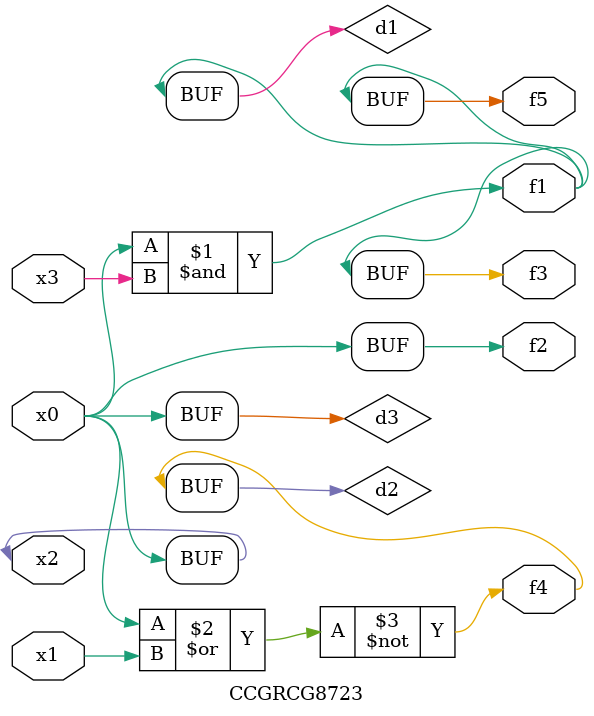
<source format=v>
module CCGRCG8723(
	input x0, x1, x2, x3,
	output f1, f2, f3, f4, f5
);

	wire d1, d2, d3;

	and (d1, x2, x3);
	nor (d2, x0, x1);
	buf (d3, x0, x2);
	assign f1 = d1;
	assign f2 = d3;
	assign f3 = d1;
	assign f4 = d2;
	assign f5 = d1;
endmodule

</source>
